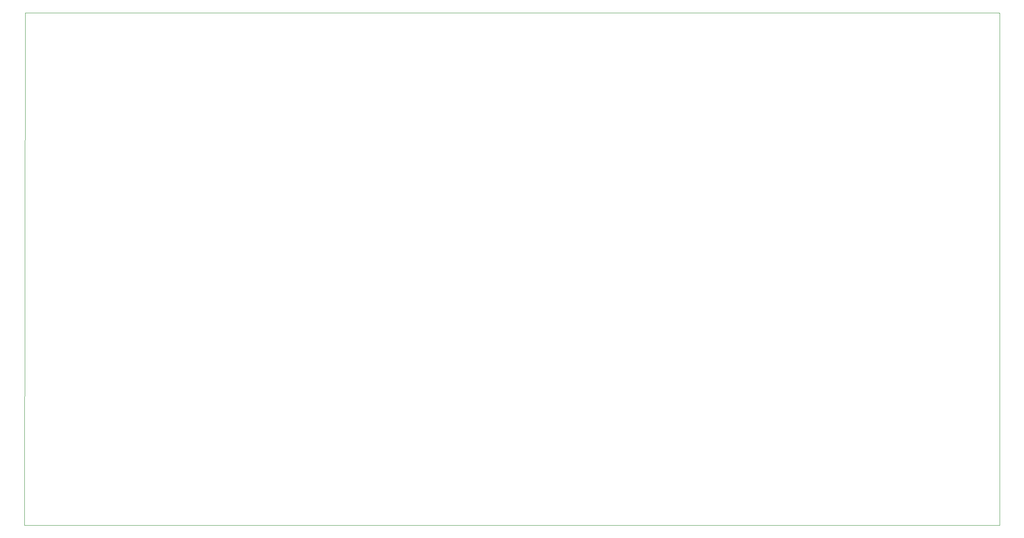
<source format=gbr>
G04*
G04 #@! TF.GenerationSoftware,Altium Limited,Altium Designer,22.4.2 (48)*
G04*
G04 Layer_Color=0*
%FSLAX25Y25*%
%MOIN*%
G70*
G04*
G04 #@! TF.SameCoordinates,7713EA0D-6249-4CA7-80EE-CA65CFE05E5E*
G04*
G04*
G04 #@! TF.FilePolarity,Positive*
G04*
G01*
G75*
%ADD82C,0.00100*%
D82*
X787402D01*
Y413386D01*
X786896Y413891D01*
X616D01*
X0Y0D01*
M02*

</source>
